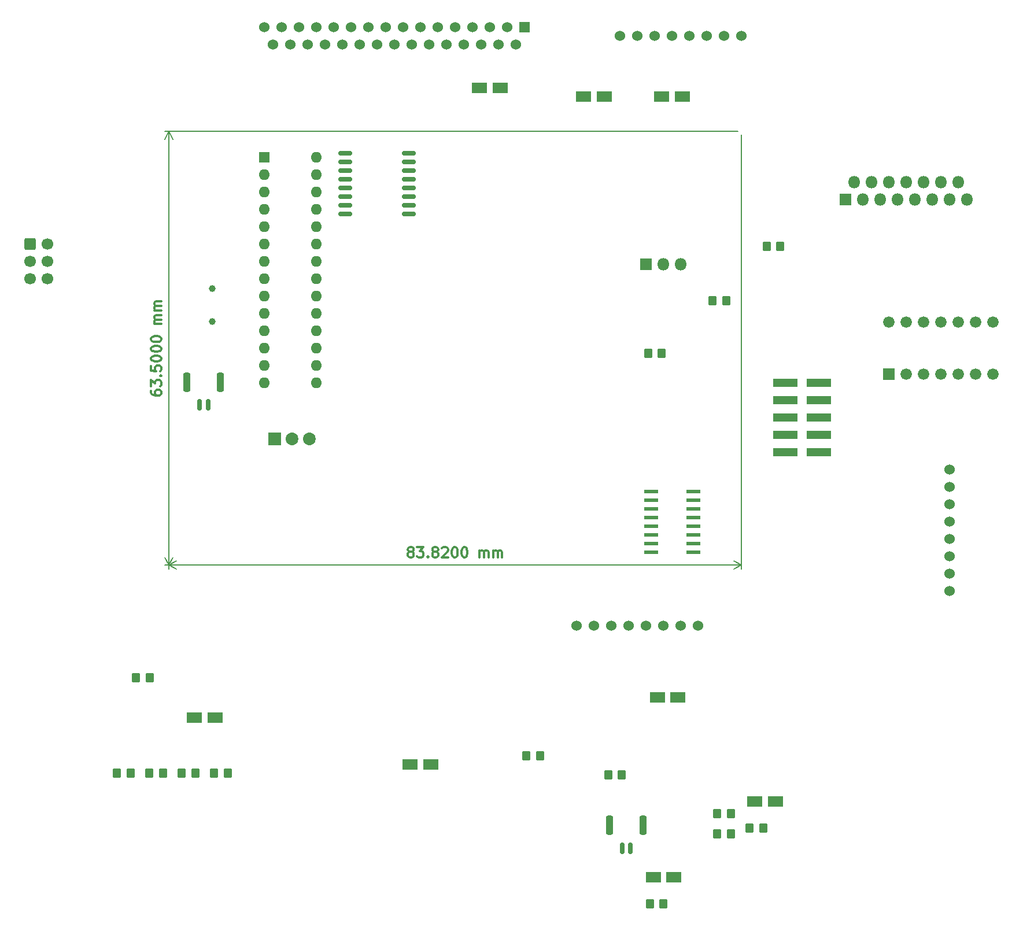
<source format=gbr>
%TF.GenerationSoftware,KiCad,Pcbnew,(6.0.7-1)-1*%
%TF.CreationDate,2022-10-11T17:33:30-05:00*%
%TF.ProjectId,PCB 2,50434220-322e-46b6-9963-61645f706362,rev?*%
%TF.SameCoordinates,Original*%
%TF.FileFunction,Copper,L1,Top*%
%TF.FilePolarity,Positive*%
%FSLAX46Y46*%
G04 Gerber Fmt 4.6, Leading zero omitted, Abs format (unit mm)*
G04 Created by KiCad (PCBNEW (6.0.7-1)-1) date 2022-10-11 17:33:30*
%MOMM*%
%LPD*%
G01*
G04 APERTURE LIST*
G04 Aperture macros list*
%AMRoundRect*
0 Rectangle with rounded corners*
0 $1 Rounding radius*
0 $2 $3 $4 $5 $6 $7 $8 $9 X,Y pos of 4 corners*
0 Add a 4 corners polygon primitive as box body*
4,1,4,$2,$3,$4,$5,$6,$7,$8,$9,$2,$3,0*
0 Add four circle primitives for the rounded corners*
1,1,$1+$1,$2,$3*
1,1,$1+$1,$4,$5*
1,1,$1+$1,$6,$7*
1,1,$1+$1,$8,$9*
0 Add four rect primitives between the rounded corners*
20,1,$1+$1,$2,$3,$4,$5,0*
20,1,$1+$1,$4,$5,$6,$7,0*
20,1,$1+$1,$6,$7,$8,$9,0*
20,1,$1+$1,$8,$9,$2,$3,0*%
G04 Aperture macros list end*
%ADD10C,0.300000*%
%TA.AperFunction,NonConductor*%
%ADD11C,0.300000*%
%TD*%
%TA.AperFunction,NonConductor*%
%ADD12C,0.200000*%
%TD*%
%TA.AperFunction,ComponentPad*%
%ADD13C,1.007000*%
%TD*%
%TA.AperFunction,ComponentPad*%
%ADD14C,1.860000*%
%TD*%
%TA.AperFunction,ComponentPad*%
%ADD15R,1.860000X1.860000*%
%TD*%
%TA.AperFunction,ComponentPad*%
%ADD16O,1.800000X1.800000*%
%TD*%
%TA.AperFunction,ComponentPad*%
%ADD17R,1.800000X1.800000*%
%TD*%
%TA.AperFunction,ComponentPad*%
%ADD18C,1.676400*%
%TD*%
%TA.AperFunction,ComponentPad*%
%ADD19R,1.676400X1.676400*%
%TD*%
%TA.AperFunction,SMDPad,CuDef*%
%ADD20RoundRect,0.150000X-0.875000X-0.150000X0.875000X-0.150000X0.875000X0.150000X-0.875000X0.150000X0*%
%TD*%
%TA.AperFunction,SMDPad,CuDef*%
%ADD21R,2.000000X0.500000*%
%TD*%
%TA.AperFunction,ComponentPad*%
%ADD22O,1.600000X1.600000*%
%TD*%
%TA.AperFunction,ComponentPad*%
%ADD23R,1.600000X1.600000*%
%TD*%
%TA.AperFunction,SMDPad,CuDef*%
%ADD24RoundRect,0.250000X-0.350000X-0.450000X0.350000X-0.450000X0.350000X0.450000X-0.350000X0.450000X0*%
%TD*%
%TA.AperFunction,SMDPad,CuDef*%
%ADD25R,3.680000X1.270000*%
%TD*%
%TA.AperFunction,SMDPad,CuDef*%
%ADD26RoundRect,0.250000X-0.250000X-1.150000X0.250000X-1.150000X0.250000X1.150000X-0.250000X1.150000X0*%
%TD*%
%TA.AperFunction,SMDPad,CuDef*%
%ADD27RoundRect,0.150000X-0.150000X-0.700000X0.150000X-0.700000X0.150000X0.700000X-0.150000X0.700000X0*%
%TD*%
%TA.AperFunction,ComponentPad*%
%ADD28C,1.700000*%
%TD*%
%TA.AperFunction,ComponentPad*%
%ADD29RoundRect,0.250000X-0.600000X-0.600000X0.600000X-0.600000X0.600000X0.600000X-0.600000X0.600000X0*%
%TD*%
%TA.AperFunction,ComponentPad*%
%ADD30C,1.530000*%
%TD*%
%TA.AperFunction,ComponentPad*%
%ADD31R,1.530000X1.530000*%
%TD*%
%TA.AperFunction,SMDPad,CuDef*%
%ADD32R,2.200000X1.600000*%
%TD*%
G04 APERTURE END LIST*
D10*
D11*
X98767142Y-100891428D02*
X98624285Y-100820000D01*
X98552857Y-100748571D01*
X98481428Y-100605714D01*
X98481428Y-100534285D01*
X98552857Y-100391428D01*
X98624285Y-100320000D01*
X98767142Y-100248571D01*
X99052857Y-100248571D01*
X99195714Y-100320000D01*
X99267142Y-100391428D01*
X99338571Y-100534285D01*
X99338571Y-100605714D01*
X99267142Y-100748571D01*
X99195714Y-100820000D01*
X99052857Y-100891428D01*
X98767142Y-100891428D01*
X98624285Y-100962857D01*
X98552857Y-101034285D01*
X98481428Y-101177142D01*
X98481428Y-101462857D01*
X98552857Y-101605714D01*
X98624285Y-101677142D01*
X98767142Y-101748571D01*
X99052857Y-101748571D01*
X99195714Y-101677142D01*
X99267142Y-101605714D01*
X99338571Y-101462857D01*
X99338571Y-101177142D01*
X99267142Y-101034285D01*
X99195714Y-100962857D01*
X99052857Y-100891428D01*
X99838571Y-100248571D02*
X100767142Y-100248571D01*
X100267142Y-100820000D01*
X100481428Y-100820000D01*
X100624285Y-100891428D01*
X100695714Y-100962857D01*
X100767142Y-101105714D01*
X100767142Y-101462857D01*
X100695714Y-101605714D01*
X100624285Y-101677142D01*
X100481428Y-101748571D01*
X100052857Y-101748571D01*
X99910000Y-101677142D01*
X99838571Y-101605714D01*
X101410000Y-101605714D02*
X101481428Y-101677142D01*
X101410000Y-101748571D01*
X101338571Y-101677142D01*
X101410000Y-101605714D01*
X101410000Y-101748571D01*
X102338571Y-100891428D02*
X102195714Y-100820000D01*
X102124285Y-100748571D01*
X102052857Y-100605714D01*
X102052857Y-100534285D01*
X102124285Y-100391428D01*
X102195714Y-100320000D01*
X102338571Y-100248571D01*
X102624285Y-100248571D01*
X102767142Y-100320000D01*
X102838571Y-100391428D01*
X102910000Y-100534285D01*
X102910000Y-100605714D01*
X102838571Y-100748571D01*
X102767142Y-100820000D01*
X102624285Y-100891428D01*
X102338571Y-100891428D01*
X102195714Y-100962857D01*
X102124285Y-101034285D01*
X102052857Y-101177142D01*
X102052857Y-101462857D01*
X102124285Y-101605714D01*
X102195714Y-101677142D01*
X102338571Y-101748571D01*
X102624285Y-101748571D01*
X102767142Y-101677142D01*
X102838571Y-101605714D01*
X102910000Y-101462857D01*
X102910000Y-101177142D01*
X102838571Y-101034285D01*
X102767142Y-100962857D01*
X102624285Y-100891428D01*
X103481428Y-100391428D02*
X103552857Y-100320000D01*
X103695714Y-100248571D01*
X104052857Y-100248571D01*
X104195714Y-100320000D01*
X104267142Y-100391428D01*
X104338571Y-100534285D01*
X104338571Y-100677142D01*
X104267142Y-100891428D01*
X103410000Y-101748571D01*
X104338571Y-101748571D01*
X105267142Y-100248571D02*
X105410000Y-100248571D01*
X105552857Y-100320000D01*
X105624285Y-100391428D01*
X105695714Y-100534285D01*
X105767142Y-100820000D01*
X105767142Y-101177142D01*
X105695714Y-101462857D01*
X105624285Y-101605714D01*
X105552857Y-101677142D01*
X105410000Y-101748571D01*
X105267142Y-101748571D01*
X105124285Y-101677142D01*
X105052857Y-101605714D01*
X104981428Y-101462857D01*
X104910000Y-101177142D01*
X104910000Y-100820000D01*
X104981428Y-100534285D01*
X105052857Y-100391428D01*
X105124285Y-100320000D01*
X105267142Y-100248571D01*
X106695714Y-100248571D02*
X106838571Y-100248571D01*
X106981428Y-100320000D01*
X107052857Y-100391428D01*
X107124285Y-100534285D01*
X107195714Y-100820000D01*
X107195714Y-101177142D01*
X107124285Y-101462857D01*
X107052857Y-101605714D01*
X106981428Y-101677142D01*
X106838571Y-101748571D01*
X106695714Y-101748571D01*
X106552857Y-101677142D01*
X106481428Y-101605714D01*
X106410000Y-101462857D01*
X106338571Y-101177142D01*
X106338571Y-100820000D01*
X106410000Y-100534285D01*
X106481428Y-100391428D01*
X106552857Y-100320000D01*
X106695714Y-100248571D01*
X108981428Y-101748571D02*
X108981428Y-100748571D01*
X108981428Y-100891428D02*
X109052857Y-100820000D01*
X109195714Y-100748571D01*
X109410000Y-100748571D01*
X109552857Y-100820000D01*
X109624285Y-100962857D01*
X109624285Y-101748571D01*
X109624285Y-100962857D02*
X109695714Y-100820000D01*
X109838571Y-100748571D01*
X110052857Y-100748571D01*
X110195714Y-100820000D01*
X110267142Y-100962857D01*
X110267142Y-101748571D01*
X110981428Y-101748571D02*
X110981428Y-100748571D01*
X110981428Y-100891428D02*
X111052857Y-100820000D01*
X111195714Y-100748571D01*
X111410000Y-100748571D01*
X111552857Y-100820000D01*
X111624285Y-100962857D01*
X111624285Y-101748571D01*
X111624285Y-100962857D02*
X111695714Y-100820000D01*
X111838571Y-100748571D01*
X112052857Y-100748571D01*
X112195714Y-100820000D01*
X112267142Y-100962857D01*
X112267142Y-101748571D01*
D12*
X63500000Y-39870000D02*
X63500000Y-103456420D01*
X147320000Y-39870000D02*
X147320000Y-103456420D01*
X63500000Y-102870000D02*
X147320000Y-102870000D01*
X63500000Y-102870000D02*
X147320000Y-102870000D01*
X63500000Y-102870000D02*
X64626504Y-103456421D01*
X63500000Y-102870000D02*
X64626504Y-102283579D01*
X147320000Y-102870000D02*
X146193496Y-102283579D01*
X147320000Y-102870000D02*
X146193496Y-103456421D01*
D10*
D11*
X60878571Y-77334285D02*
X60878571Y-77620000D01*
X60950000Y-77762857D01*
X61021428Y-77834285D01*
X61235714Y-77977142D01*
X61521428Y-78048571D01*
X62092857Y-78048571D01*
X62235714Y-77977142D01*
X62307142Y-77905714D01*
X62378571Y-77762857D01*
X62378571Y-77477142D01*
X62307142Y-77334285D01*
X62235714Y-77262857D01*
X62092857Y-77191428D01*
X61735714Y-77191428D01*
X61592857Y-77262857D01*
X61521428Y-77334285D01*
X61450000Y-77477142D01*
X61450000Y-77762857D01*
X61521428Y-77905714D01*
X61592857Y-77977142D01*
X61735714Y-78048571D01*
X60878571Y-76691428D02*
X60878571Y-75762857D01*
X61450000Y-76262857D01*
X61450000Y-76048571D01*
X61521428Y-75905714D01*
X61592857Y-75834285D01*
X61735714Y-75762857D01*
X62092857Y-75762857D01*
X62235714Y-75834285D01*
X62307142Y-75905714D01*
X62378571Y-76048571D01*
X62378571Y-76477142D01*
X62307142Y-76620000D01*
X62235714Y-76691428D01*
X62235714Y-75120000D02*
X62307142Y-75048571D01*
X62378571Y-75120000D01*
X62307142Y-75191428D01*
X62235714Y-75120000D01*
X62378571Y-75120000D01*
X60878571Y-73691428D02*
X60878571Y-74405714D01*
X61592857Y-74477142D01*
X61521428Y-74405714D01*
X61450000Y-74262857D01*
X61450000Y-73905714D01*
X61521428Y-73762857D01*
X61592857Y-73691428D01*
X61735714Y-73620000D01*
X62092857Y-73620000D01*
X62235714Y-73691428D01*
X62307142Y-73762857D01*
X62378571Y-73905714D01*
X62378571Y-74262857D01*
X62307142Y-74405714D01*
X62235714Y-74477142D01*
X60878571Y-72691428D02*
X60878571Y-72548571D01*
X60950000Y-72405714D01*
X61021428Y-72334285D01*
X61164285Y-72262857D01*
X61450000Y-72191428D01*
X61807142Y-72191428D01*
X62092857Y-72262857D01*
X62235714Y-72334285D01*
X62307142Y-72405714D01*
X62378571Y-72548571D01*
X62378571Y-72691428D01*
X62307142Y-72834285D01*
X62235714Y-72905714D01*
X62092857Y-72977142D01*
X61807142Y-73048571D01*
X61450000Y-73048571D01*
X61164285Y-72977142D01*
X61021428Y-72905714D01*
X60950000Y-72834285D01*
X60878571Y-72691428D01*
X60878571Y-71262857D02*
X60878571Y-71120000D01*
X60950000Y-70977142D01*
X61021428Y-70905714D01*
X61164285Y-70834285D01*
X61450000Y-70762857D01*
X61807142Y-70762857D01*
X62092857Y-70834285D01*
X62235714Y-70905714D01*
X62307142Y-70977142D01*
X62378571Y-71120000D01*
X62378571Y-71262857D01*
X62307142Y-71405714D01*
X62235714Y-71477142D01*
X62092857Y-71548571D01*
X61807142Y-71620000D01*
X61450000Y-71620000D01*
X61164285Y-71548571D01*
X61021428Y-71477142D01*
X60950000Y-71405714D01*
X60878571Y-71262857D01*
X60878571Y-69834285D02*
X60878571Y-69691428D01*
X60950000Y-69548571D01*
X61021428Y-69477142D01*
X61164285Y-69405714D01*
X61450000Y-69334285D01*
X61807142Y-69334285D01*
X62092857Y-69405714D01*
X62235714Y-69477142D01*
X62307142Y-69548571D01*
X62378571Y-69691428D01*
X62378571Y-69834285D01*
X62307142Y-69977142D01*
X62235714Y-70048571D01*
X62092857Y-70120000D01*
X61807142Y-70191428D01*
X61450000Y-70191428D01*
X61164285Y-70120000D01*
X61021428Y-70048571D01*
X60950000Y-69977142D01*
X60878571Y-69834285D01*
X62378571Y-67548571D02*
X61378571Y-67548571D01*
X61521428Y-67548571D02*
X61450000Y-67477142D01*
X61378571Y-67334285D01*
X61378571Y-67120000D01*
X61450000Y-66977142D01*
X61592857Y-66905714D01*
X62378571Y-66905714D01*
X61592857Y-66905714D02*
X61450000Y-66834285D01*
X61378571Y-66691428D01*
X61378571Y-66477142D01*
X61450000Y-66334285D01*
X61592857Y-66262857D01*
X62378571Y-66262857D01*
X62378571Y-65548571D02*
X61378571Y-65548571D01*
X61521428Y-65548571D02*
X61450000Y-65477142D01*
X61378571Y-65334285D01*
X61378571Y-65120000D01*
X61450000Y-64977142D01*
X61592857Y-64905714D01*
X62378571Y-64905714D01*
X61592857Y-64905714D02*
X61450000Y-64834285D01*
X61378571Y-64691428D01*
X61378571Y-64477142D01*
X61450000Y-64334285D01*
X61592857Y-64262857D01*
X62378571Y-64262857D01*
D12*
X146820000Y-39370000D02*
X62913580Y-39370000D01*
X146820000Y-102870000D02*
X62913580Y-102870000D01*
X63500000Y-39370000D02*
X63500000Y-102870000D01*
X63500000Y-39370000D02*
X63500000Y-102870000D01*
X63500000Y-39370000D02*
X62913579Y-40496504D01*
X63500000Y-39370000D02*
X64086421Y-40496504D01*
X63500000Y-102870000D02*
X64086421Y-101743496D01*
X63500000Y-102870000D02*
X62913579Y-101743496D01*
D13*
%TO.P,Y1,2,2*%
%TO.N,XTAL1*%
X69850000Y-62330000D03*
%TO.P,Y1,1,1*%
%TO.N,XTAL2*%
X69850000Y-67210000D03*
%TD*%
D14*
%TO.P,V1,3,OUT*%
%TO.N,RESET*%
X84072500Y-84368000D03*
%TO.P,V1,2,GND*%
X81532500Y-84368000D03*
D15*
%TO.P,V1,1,IN*%
%TO.N,Net-(V1-Pad1)*%
X78992500Y-84368000D03*
%TD*%
D16*
%TO.P,U5,15,SENSE_B*%
%TO.N,Net-(U5-Pad15)*%
X180335000Y-49320000D03*
%TO.P,U5,14,OUT4*%
%TO.N,OUT4*%
X179065000Y-46780000D03*
%TO.P,U5,13,OUT3*%
%TO.N,OUT3*%
X177795000Y-49320000D03*
%TO.P,U5,12,IN4*%
%TO.N,Net-(U5-Pad12)*%
X176525000Y-46780000D03*
%TO.P,U5,11,EnB*%
%TO.N,RESET*%
X175255000Y-49320000D03*
%TO.P,U5,10,IN3*%
%TO.N,IN3*%
X173985000Y-46780000D03*
%TO.P,U5,9,Vss*%
%TO.N,RESET*%
X172715000Y-49320000D03*
%TO.P,U5,8,GND*%
X171445000Y-46780000D03*
%TO.P,U5,7,IN2*%
%TO.N,Net-(U5-Pad7)*%
X170175000Y-49320000D03*
%TO.P,U5,6,EnA*%
%TO.N,RESET*%
X168905000Y-46780000D03*
%TO.P,U5,5,IN1*%
%TO.N,IN1*%
X167635000Y-49320000D03*
%TO.P,U5,4,Vs*%
%TO.N,RESET*%
X166365000Y-46780000D03*
%TO.P,U5,3,OUT2*%
%TO.N,OUT2*%
X165095000Y-49320000D03*
%TO.P,U5,2,OUT1*%
%TO.N,OUT1*%
X163825000Y-46780000D03*
D17*
%TO.P,U5,1,SENSE_A*%
%TO.N,Net-(U5-Pad1)*%
X162555000Y-49320000D03*
%TD*%
D18*
%TO.P,U4,14,VCC*%
%TO.N,RESET*%
X168910000Y-67310000D03*
%TO.P,U4,13*%
%TO.N,N/C*%
X171450000Y-67310000D03*
%TO.P,U4,12*%
X173990000Y-67310000D03*
%TO.P,U4,11*%
X176530000Y-67310000D03*
%TO.P,U4,10*%
X179070000Y-67310000D03*
%TO.P,U4,9*%
X181610000Y-67310000D03*
%TO.P,U4,8*%
X184150000Y-67310000D03*
%TO.P,U4,7,GND*%
%TO.N,RESET*%
X184150000Y-74930000D03*
%TO.P,U4,6*%
%TO.N,N/C*%
X181610000Y-74930000D03*
%TO.P,U4,5*%
X179070000Y-74930000D03*
%TO.P,U4,4*%
%TO.N,Net-(U5-Pad12)*%
X176530000Y-74930000D03*
%TO.P,U4,3*%
%TO.N,IN3*%
X173990000Y-74930000D03*
%TO.P,U4,2*%
%TO.N,Net-(U5-Pad7)*%
X171450000Y-74930000D03*
D19*
%TO.P,U4,1*%
%TO.N,IN1*%
X168910000Y-74930000D03*
%TD*%
D20*
%TO.P,U3,16,SCL*%
%TO.N,SCL*%
X98620000Y-42535000D03*
%TO.P,U3,15,SDA*%
%TO.N,SDA*%
X98620000Y-43805000D03*
%TO.P,U3,14,VBAT*%
%TO.N,Net-(U3-Pad14)*%
X98620000Y-45075000D03*
%TO.P,U3,13,GND*%
%TO.N,RESET*%
X98620000Y-46345000D03*
%TO.P,U3,12,GND*%
X98620000Y-47615000D03*
%TO.P,U3,11,GND*%
X98620000Y-48885000D03*
%TO.P,U3,10,GND*%
X98620000Y-50155000D03*
%TO.P,U3,9,GND*%
X98620000Y-51425000D03*
%TO.P,U3,8,GND*%
X89320000Y-51425000D03*
%TO.P,U3,7,GND*%
X89320000Y-50155000D03*
%TO.P,U3,6,GND*%
X89320000Y-48885000D03*
%TO.P,U3,5,GND*%
X89320000Y-47615000D03*
%TO.P,U3,4,~{RST}*%
X89320000Y-46345000D03*
%TO.P,U3,3,~{INT}/SQW*%
%TO.N,unconnected-(U3-Pad3)*%
X89320000Y-45075000D03*
%TO.P,U3,2,VCC*%
%TO.N,RESET*%
X89320000Y-43805000D03*
%TO.P,U3,1,32KHZ*%
%TO.N,unconnected-(U3-Pad1)*%
X89320000Y-42535000D03*
%TD*%
D21*
%TO.P,U2,4,D5*%
%TO.N,D5*%
X140260000Y-97155000D03*
%TO.P,U2,5,D6*%
%TO.N,D6*%
X140260000Y-95885000D03*
%TO.P,U2,3,D4*%
%TO.N,D4*%
X140260000Y-98425000D03*
%TO.P,U2,2,CP*%
%TO.N,PD6*%
X140260000Y-99695000D03*
%TO.P,U2,1,~{PL}*%
%TO.N,PD7*%
X140260000Y-100965000D03*
%TO.P,U2,6,D7*%
%TO.N,D7*%
X140260000Y-94615000D03*
%TO.P,U2,7,~{Q7}*%
%TO.N,PD5*%
X140260000Y-93345000D03*
%TO.P,U2,8,GND*%
%TO.N,RESET*%
X140260000Y-92075000D03*
%TO.P,U2,13,D2*%
%TO.N,D2*%
X134060000Y-97155000D03*
%TO.P,U2,12,D1*%
%TO.N,D1*%
X134060000Y-95885000D03*
%TO.P,U2,14,D3*%
%TO.N,D3*%
X134060000Y-98425000D03*
%TO.P,U2,15,~{CE}*%
%TO.N,PD4*%
X134060000Y-99695000D03*
%TO.P,U2,16,VCC*%
%TO.N,RESET*%
X134060000Y-100965000D03*
%TO.P,U2,11,D0*%
%TO.N,D0*%
X134060000Y-94615000D03*
%TO.P,U2,10,DS*%
%TO.N,unconnected-(U2-Pad10)*%
X134060000Y-93345000D03*
%TO.P,U2,9,Q7*%
%TO.N,unconnected-(U2-Pad9)*%
X134060000Y-92075000D03*
%TD*%
D22*
%TO.P,U1,28,PC5*%
%TO.N,SCL*%
X85090000Y-43180000D03*
%TO.P,U1,27,PC4*%
%TO.N,SDA*%
X85090000Y-45720000D03*
%TO.P,U1,26,PC3*%
%TO.N,unconnected-(U1-Pad26)*%
X85090000Y-48260000D03*
%TO.P,U1,25,PC2*%
%TO.N,IN3*%
X85090000Y-50800000D03*
%TO.P,U1,24,PC1*%
%TO.N,unconnected-(U1-Pad24)*%
X85090000Y-53340000D03*
%TO.P,U1,23,PC0*%
%TO.N,IN1*%
X85090000Y-55880000D03*
%TO.P,U1,22,GND*%
%TO.N,RESET*%
X85090000Y-58420000D03*
%TO.P,U1,21,AREF*%
%TO.N,unconnected-(U1-Pad21)*%
X85090000Y-60960000D03*
%TO.P,U1,20,AVCC*%
%TO.N,RESET*%
X85090000Y-63500000D03*
%TO.P,U1,19,PB5*%
%TO.N,SCK*%
X85090000Y-66040000D03*
%TO.P,U1,18,PB4*%
%TO.N,MISO*%
X85090000Y-68580000D03*
%TO.P,U1,17,PB3*%
%TO.N,MOSI*%
X85090000Y-71120000D03*
%TO.P,U1,16,PB2*%
%TO.N,ULT3*%
X85090000Y-73660000D03*
%TO.P,U1,15,PB1*%
%TO.N,ULT2*%
X85090000Y-76200000D03*
%TO.P,U1,14,PB0*%
%TO.N,ULT1*%
X77470000Y-76200000D03*
%TO.P,U1,13,PD7*%
%TO.N,PD7*%
X77470000Y-73660000D03*
%TO.P,U1,12,PD6*%
%TO.N,PD6*%
X77470000Y-71120000D03*
%TO.P,U1,11,PD5*%
%TO.N,PD5*%
X77470000Y-68580000D03*
%TO.P,U1,10,XTAL2/PB7*%
%TO.N,XTAL2*%
X77470000Y-66040000D03*
%TO.P,U1,9,XTAL1/PB6*%
%TO.N,XTAL1*%
X77470000Y-63500000D03*
%TO.P,U1,8,GND*%
%TO.N,RESET*%
X77470000Y-60960000D03*
%TO.P,U1,7,VCC*%
X77470000Y-58420000D03*
%TO.P,U1,6,PD4*%
%TO.N,PD4*%
X77470000Y-55880000D03*
%TO.P,U1,5,PD3*%
%TO.N,PD3*%
X77470000Y-53340000D03*
%TO.P,U1,4,PD2*%
%TO.N,unconnected-(U1-Pad4)*%
X77470000Y-50800000D03*
%TO.P,U1,3,PD1*%
%TO.N,PD1*%
X77470000Y-48260000D03*
%TO.P,U1,2,PD0*%
%TO.N,PD0*%
X77470000Y-45720000D03*
D23*
%TO.P,U1,1,~{RESET}/PC6*%
%TO.N,Net-(U1-Pad1)*%
X77470000Y-43180000D03*
%TD*%
D24*
%TO.P,R100,2*%
%TO.N,Net-(C100-Pad2)*%
X57870000Y-133350000D03*
%TO.P,R100,1*%
%TO.N,Net-(J1000-Pad10)*%
X55870000Y-133350000D03*
%TD*%
%TO.P,R21,2*%
%TO.N,SDA*%
X60690000Y-119380000D03*
%TO.P,R21,1*%
%TO.N,RESET*%
X58690000Y-119380000D03*
%TD*%
%TO.P,R20,2*%
%TO.N,SCL*%
X67370000Y-133350000D03*
%TO.P,R20,1*%
%TO.N,RESET*%
X65370000Y-133350000D03*
%TD*%
%TO.P,R17,2*%
%TO.N,RESET*%
X150530000Y-141400000D03*
%TO.P,R17,1*%
%TO.N,Net-(J2-Pad1)*%
X148530000Y-141400000D03*
%TD*%
%TO.P,R16,2*%
%TO.N,RESET*%
X145070000Y-64152000D03*
%TO.P,R16,1*%
%TO.N,Net-(J2-Pad2)*%
X143070000Y-64152000D03*
%TD*%
%TO.P,R15,2*%
%TO.N,RESET*%
X135640000Y-71872000D03*
%TO.P,R15,1*%
%TO.N,Net-(J2-Pad3)*%
X133640000Y-71872000D03*
%TD*%
%TO.P,R14,2*%
%TO.N,RESET*%
X145780000Y-142240000D03*
%TO.P,R14,1*%
%TO.N,Net-(J2-Pad4)*%
X143780000Y-142240000D03*
%TD*%
%TO.P,R13,2*%
%TO.N,RESET*%
X62620000Y-133350000D03*
%TO.P,R13,1*%
%TO.N,Net-(J2-Pad5)*%
X60620000Y-133350000D03*
%TD*%
%TO.P,R12,2*%
%TO.N,RESET*%
X72120000Y-133350000D03*
%TO.P,R12,1*%
%TO.N,Net-(J2-Pad6)*%
X70120000Y-133350000D03*
%TD*%
%TO.P,R11,2*%
%TO.N,RESET*%
X129820000Y-133550000D03*
%TO.P,R11,1*%
%TO.N,Net-(J2-Pad7)*%
X127820000Y-133550000D03*
%TD*%
%TO.P,R10,2*%
%TO.N,RESET*%
X153020000Y-56202000D03*
%TO.P,R10,1*%
%TO.N,Net-(J2-Pad8)*%
X151020000Y-56202000D03*
%TD*%
%TO.P,R9,2*%
%TO.N,RESET*%
X145780000Y-139290000D03*
%TO.P,R9,1*%
%TO.N,Net-(U5-Pad15)*%
X143780000Y-139290000D03*
%TD*%
%TO.P,R8,2*%
%TO.N,RESET*%
X117840000Y-130810000D03*
%TO.P,R8,1*%
%TO.N,Net-(U1-Pad1)*%
X115840000Y-130810000D03*
%TD*%
%TO.P,R7,2*%
%TO.N,RESET*%
X135910000Y-152490000D03*
%TO.P,R7,1*%
%TO.N,Net-(U5-Pad1)*%
X133910000Y-152490000D03*
%TD*%
D16*
%TO.P,Q1,3,B*%
%TO.N,Net-(C100-Pad2)*%
X138430000Y-58795000D03*
%TO.P,Q1,2,C*%
%TO.N,Net-(J1000-Pad10)*%
X135890000Y-58795000D03*
D17*
%TO.P,Q1,1,E*%
%TO.N,RESET*%
X133350000Y-58795000D03*
%TD*%
D25*
%TO.P,J1000,10,Pin_10*%
%TO.N,Net-(J1000-Pad10)*%
X153735000Y-76200000D03*
%TO.P,J1000,09*%
%TO.N,N/C*%
X158685000Y-76200000D03*
%TO.P,J1000,08*%
X153735000Y-78740000D03*
%TO.P,J1000,07*%
X158685000Y-78740000D03*
%TO.P,J1000,06*%
X153735000Y-81280000D03*
%TO.P,J1000,05*%
X158685000Y-81280000D03*
%TO.P,J1000,04*%
X153735000Y-83820000D03*
%TO.P,J1000,03*%
X158685000Y-83820000D03*
%TO.P,J1000,02*%
X153735000Y-86360000D03*
%TO.P,J1000,01*%
X158685000Y-86360000D03*
%TD*%
D26*
%TO.P,J16,MP*%
%TO.N,N/C*%
X127975000Y-140940000D03*
X132925000Y-140940000D03*
D27*
%TO.P,J16,2,Pin_2*%
%TO.N,Net-(U3-Pad14)*%
X131075000Y-144290000D03*
%TO.P,J16,1,Pin_1*%
%TO.N,RESET*%
X129825000Y-144290000D03*
%TD*%
D26*
%TO.P,J15,MP*%
%TO.N,N/C*%
X66105000Y-76070000D03*
X71055000Y-76070000D03*
D27*
%TO.P,J15,2,Pin_2*%
%TO.N,Net-(V1-Pad1)*%
X69205000Y-79420000D03*
%TO.P,J15,1,Pin_1*%
%TO.N,RESET*%
X67955000Y-79420000D03*
%TD*%
D28*
%TO.P,J4,6,GND*%
%TO.N,RESET*%
X45720000Y-60960000D03*
%TO.P,J4,5,~{RST}*%
X43180000Y-60960000D03*
%TO.P,J4,4,MOSI*%
%TO.N,MOSI*%
X45720000Y-58420000D03*
%TO.P,J4,3,SCK*%
%TO.N,SCK*%
X43180000Y-58420000D03*
%TO.P,J4,2,VCC*%
%TO.N,RESET*%
X45720000Y-55880000D03*
D29*
%TO.P,J4,1,MISO*%
%TO.N,MISO*%
X43180000Y-55880000D03*
%TD*%
D30*
%TO.P,J3,8,Pin_8*%
%TO.N,D7*%
X140970000Y-111760000D03*
%TO.P,J3,7,Pin_7*%
%TO.N,D6*%
X138430000Y-111760000D03*
%TO.P,J3,6,Pin_6*%
%TO.N,D5*%
X135890000Y-111760000D03*
%TO.P,J3,5,Pin_5*%
%TO.N,D4*%
X133350000Y-111760000D03*
%TO.P,J3,4,Pin_4*%
%TO.N,D3*%
X130810000Y-111760000D03*
%TO.P,J3,3,Pin_3*%
%TO.N,D2*%
X128270000Y-111760000D03*
%TO.P,J3,2,Pin_2*%
%TO.N,D1*%
X125730000Y-111760000D03*
%TO.P,J3,1,Pin_1*%
%TO.N,D0*%
X123190000Y-111760000D03*
%TD*%
%TO.P,J2,8,Pin_8*%
%TO.N,Net-(J2-Pad8)*%
X177800000Y-88900000D03*
%TO.P,J2,7,Pin_7*%
%TO.N,Net-(J2-Pad7)*%
X177800000Y-91440000D03*
%TO.P,J2,6,Pin_6*%
%TO.N,Net-(J2-Pad6)*%
X177800000Y-93980000D03*
%TO.P,J2,5,Pin_5*%
%TO.N,Net-(J2-Pad5)*%
X177800000Y-96520000D03*
%TO.P,J2,4,Pin_4*%
%TO.N,Net-(J2-Pad4)*%
X177800000Y-99060000D03*
%TO.P,J2,3,Pin_3*%
%TO.N,Net-(J2-Pad3)*%
X177800000Y-101600000D03*
%TO.P,J2,2,Pin_2*%
%TO.N,Net-(J2-Pad2)*%
X177800000Y-104140000D03*
%TO.P,J2,1,Pin_1*%
%TO.N,Net-(J2-Pad1)*%
X177800000Y-106680000D03*
%TD*%
%TO.P,J1,8,Pin_8*%
%TO.N,RESET*%
X147320000Y-25400000D03*
%TO.P,J1,7,Pin_7*%
X144780000Y-25400000D03*
%TO.P,J1,6,Pin_6*%
X142240000Y-25400000D03*
%TO.P,J1,5,Pin_5*%
X139700000Y-25400000D03*
%TO.P,J1,4,Pin_4*%
X137160000Y-25400000D03*
%TO.P,J1,3,Pin_3*%
X134620000Y-25400000D03*
%TO.P,J1,2,Pin_2*%
X132080000Y-25400000D03*
%TO.P,J1,1,Pin_1*%
X129540000Y-25400000D03*
%TD*%
%TO.P,J0,31*%
%TO.N,N/C*%
X78740000Y-26670000D03*
%TO.P,J0,30*%
X81280000Y-26670000D03*
%TO.P,J0,29*%
X83820000Y-26670000D03*
%TO.P,J0,28*%
X86360000Y-26670000D03*
%TO.P,J0,27*%
X88900000Y-26670000D03*
%TO.P,J0,26*%
X91440000Y-26670000D03*
%TO.P,J0,25*%
X93980000Y-26670000D03*
%TO.P,J0,24*%
X96520000Y-26670000D03*
%TO.P,J0,23*%
X99060000Y-26670000D03*
%TO.P,J0,22*%
X101600000Y-26670000D03*
%TO.P,J0,21*%
X104140000Y-26670000D03*
%TO.P,J0,20,Pin_20*%
%TO.N,unconnected-(J0-Pad20)*%
X106680000Y-26670000D03*
%TO.P,J0,19,Pin_19*%
%TO.N,unconnected-(J0-Pad19)*%
X109220000Y-26670000D03*
%TO.P,J0,18,Pin_18*%
%TO.N,unconnected-(J0-Pad18)*%
X111760000Y-26670000D03*
%TO.P,J0,17,Pin_17*%
%TO.N,unconnected-(J0-Pad17)*%
X114300000Y-26670000D03*
%TO.P,J0,16,Pin_16*%
%TO.N,unconnected-(J0-Pad16)*%
X77470000Y-24130000D03*
%TO.P,J0,14,Pin_14*%
%TO.N,unconnected-(J0-Pad14)*%
X82550000Y-24130000D03*
%TO.P,J0,13,Pin_13*%
%TO.N,unconnected-(J0-Pad13)*%
X85090000Y-24130000D03*
%TO.P,J0,9,Pin_9*%
%TO.N,unconnected-(J0-Pad9)*%
X95250000Y-24130000D03*
%TO.P,J0,7,Pin_7*%
%TO.N,unconnected-(J0-Pad7)*%
X100330000Y-24130000D03*
%TO.P,J0,5,Pin_5*%
%TO.N,unconnected-(J0-Pad5)*%
X105410000Y-24130000D03*
%TO.P,J0,15,Pin_15*%
%TO.N,unconnected-(J0-Pad15)*%
X80010000Y-24130000D03*
D31*
%TO.P,J0,1,Pin_1*%
%TO.N,unconnected-(J0-Pad1)*%
X115570000Y-24130000D03*
D30*
%TO.P,J0,12,Pin_12*%
%TO.N,unconnected-(J0-Pad12)*%
X87630000Y-24130000D03*
%TO.P,J0,11,Pin_11*%
%TO.N,unconnected-(J0-Pad11)*%
X90170000Y-24130000D03*
%TO.P,J0,10,Pin_10*%
%TO.N,unconnected-(J0-Pad10)*%
X92710000Y-24130000D03*
%TO.P,J0,8,Pin_8*%
%TO.N,unconnected-(J0-Pad8)*%
X97790000Y-24130000D03*
%TO.P,J0,6,Pin_6*%
%TO.N,unconnected-(J0-Pad6)*%
X102870000Y-24130000D03*
%TO.P,J0,4,Pin_4*%
%TO.N,unconnected-(J0-Pad4)*%
X107950000Y-24130000D03*
%TO.P,J0,3,Pin_3*%
%TO.N,unconnected-(J0-Pad3)*%
X110490000Y-24130000D03*
%TO.P,J0,2,Pin_2*%
%TO.N,unconnected-(J0-Pad2)*%
X113030000Y-24130000D03*
%TD*%
D32*
%TO.P,C100,2*%
%TO.N,Net-(C100-Pad2)*%
X127230000Y-34290000D03*
%TO.P,C100,1*%
%TO.N,PD3*%
X124230000Y-34290000D03*
%TD*%
%TO.P,C17,2*%
%TO.N,RESET*%
X111990000Y-33020000D03*
%TO.P,C17,1*%
X108990000Y-33020000D03*
%TD*%
%TO.P,C11,2*%
%TO.N,RESET*%
X137410000Y-148590000D03*
%TO.P,C11,1*%
%TO.N,XTAL1*%
X134410000Y-148590000D03*
%TD*%
%TO.P,C10,2*%
%TO.N,RESET*%
X138010000Y-122200000D03*
%TO.P,C10,1*%
%TO.N,XTAL2*%
X135010000Y-122200000D03*
%TD*%
%TO.P,C9,2*%
%TO.N,RESET*%
X101830000Y-132080000D03*
%TO.P,C9,1*%
X98830000Y-132080000D03*
%TD*%
%TO.P,C7,2*%
%TO.N,RESET*%
X70220000Y-125160000D03*
%TO.P,C7,1*%
X67220000Y-125160000D03*
%TD*%
%TO.P,C1,2*%
%TO.N,RESET*%
X138660000Y-34290000D03*
%TO.P,C1,1*%
X135660000Y-34290000D03*
%TD*%
%TO.P,C0,2*%
%TO.N,RESET*%
X152260000Y-137500000D03*
%TO.P,C0,1*%
X149260000Y-137500000D03*
%TD*%
M02*

</source>
